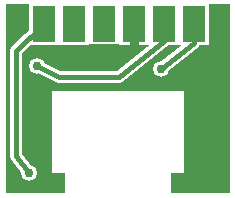
<source format=gbl>
G04*
G04 Format:               Gerber RS-274X*
G04 Export Settings:      OSH Park*
G04 Layer:                BottomCopper*
G04 This File Name:       multiout.gbl*
G04 Source File Name:     multiout.rrb*
G04 Unique ID:            f070ccaf-7153-4cd8-b911-aa9a0e54cd1d*
G04 Generated Date:       Monday, 19 February 2018 14:41:45*
G04*
G04 Created Using:        Robot Room Copper Connection v3.0.5875*
G04 Software Contact:     http://www.robotroom.com/CopperConnection/Support.aspx*
G04 License Number:       1880*
G04*
G04 Zero Suppression:     Leading*
G04 Number Precision:     2.4*
G04*
%FSLAX24Y24*%
%MOIN*%
%LNBottomCopper*%
%ADD10C,.0118*%
%ADD11C,.015*%
%ADD12C,.0295*%
%ADD13C,.03*%
%ADD14C,.0386*%
%ADD15C,.0531*%
%ADD16R,.007X.007*%
%ADD17R,.075X.1213*%
%ADD18R,.0907X.137*%
%ADD19R,.0986X.1449*%
G36*
G01X0Y6299D02*
X7480D01*
Y0D01*
X5512D01*
Y687D01*
X5939D01*
Y3425D01*
X1545D01*
Y687D01*
X1969D01*
Y0D01*
X0D01*
Y6299D01*
G37*
%LPC*%
G36*
X787Y6299D02*
X6742D01*
Y4970D01*
X787D01*
Y6299D01*
G37*
D14*
X5264Y5652D02*
Y5070D01*
X6264Y5652D02*
Y5021D01*
X5264Y5070D02*
X3789Y3888D01*
X6264Y5021D02*
X5167Y4134D01*
X3789Y3888D02*
X1772D01*
X787Y689D02*
X344Y1230D01*
Y4737D01*
X1264Y5652D01*
X1772Y3888D02*
X1047Y4232D01*
D15*
X1047Y4232D03*
X5167Y4134D03*
X787Y689D03*
D19*
X5264Y5652D03*
X6264D03*
D18*
X3264Y5652D03*
D19*
X4264Y5652D03*
X1264D03*
X2264D03*
%LPD*%
D10*
X3248Y4528D02*
X3691D01*
X3248D02*
Y4183D01*
D11*
X5264Y5652D02*
Y5070D01*
X6264Y5652D02*
Y5021D01*
X5264Y5070D02*
X3789Y3888D01*
X6264Y5021D02*
X5167Y4134D01*
X3789Y3888D02*
X1772D01*
X787Y689D02*
X344Y1230D01*
Y4737D01*
X1264Y5652D01*
X1772Y3888D02*
X1047Y4232D01*
D12*
X1047Y4232D03*
X5167Y4134D03*
X787Y689D03*
X6644Y738D03*
X5865Y3740D03*
X7136Y5807D03*
Y5315D03*
X394Y5807D03*
X4264Y5906D03*
Y5413D03*
D13*
X4264Y5413D02*
Y4819D01*
D17*
X5264Y5652D03*
X6264D03*
X3264D03*
X4264D03*
X1264D03*
X2264D03*
M02*

</source>
